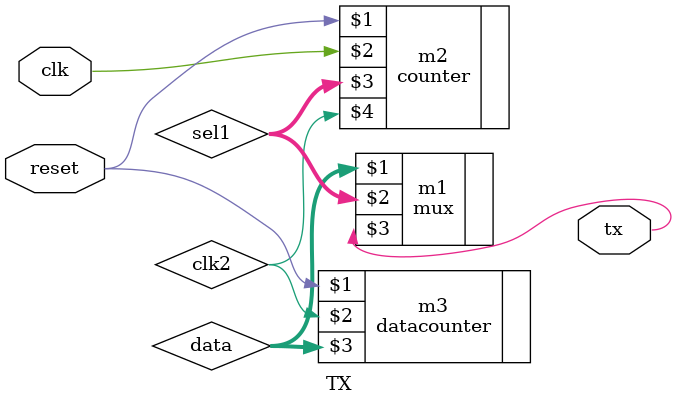
<source format=v>
module TX (
    input reset,clk ,output tx
);
wire [3:0] sel1 ;
wire [7:0] data;
wire clk2;
mux m1(data,sel1,tx);
counter m2(reset,clk ,sel1,clk2);
datacounter m3(reset,clk2,data);
endmodule
</source>
